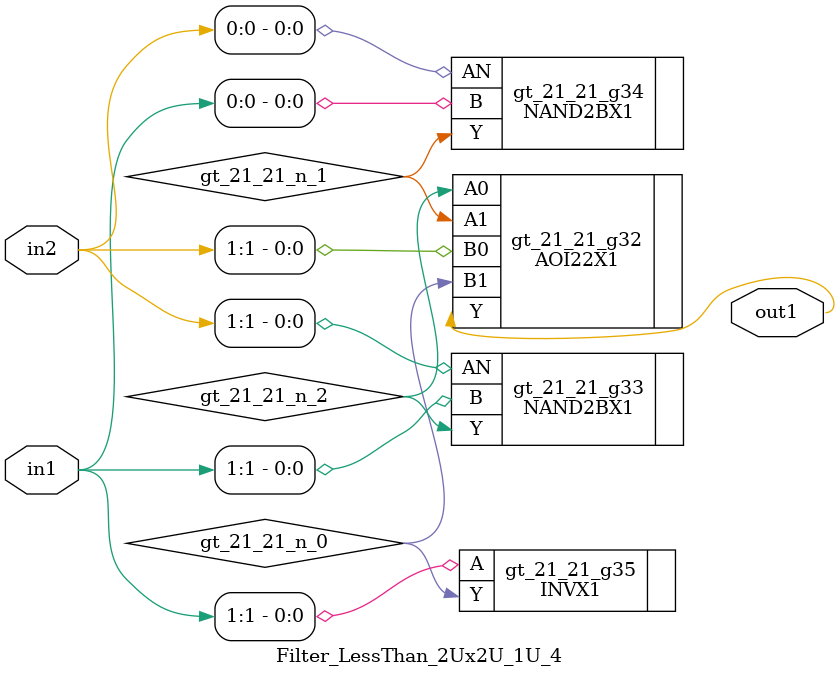
<source format=v>
`timescale 1ps / 1ps


module Filter_LessThan_2Ux2U_1U_4(in2, in1, out1);
  input [1:0] in2, in1;
  output out1;
  wire [1:0] in2, in1;
  wire out1;
  wire gt_21_21_n_0, gt_21_21_n_1, gt_21_21_n_2;
  AOI22X1 gt_21_21_g32(.A0 (gt_21_21_n_2), .A1 (gt_21_21_n_1), .B0
       (in2[1]), .B1 (gt_21_21_n_0), .Y (out1));
  NAND2BX1 gt_21_21_g33(.AN (in2[1]), .B (in1[1]), .Y (gt_21_21_n_2));
  NAND2BX1 gt_21_21_g34(.AN (in2[0]), .B (in1[0]), .Y (gt_21_21_n_1));
  INVX1 gt_21_21_g35(.A (in1[1]), .Y (gt_21_21_n_0));
endmodule



</source>
